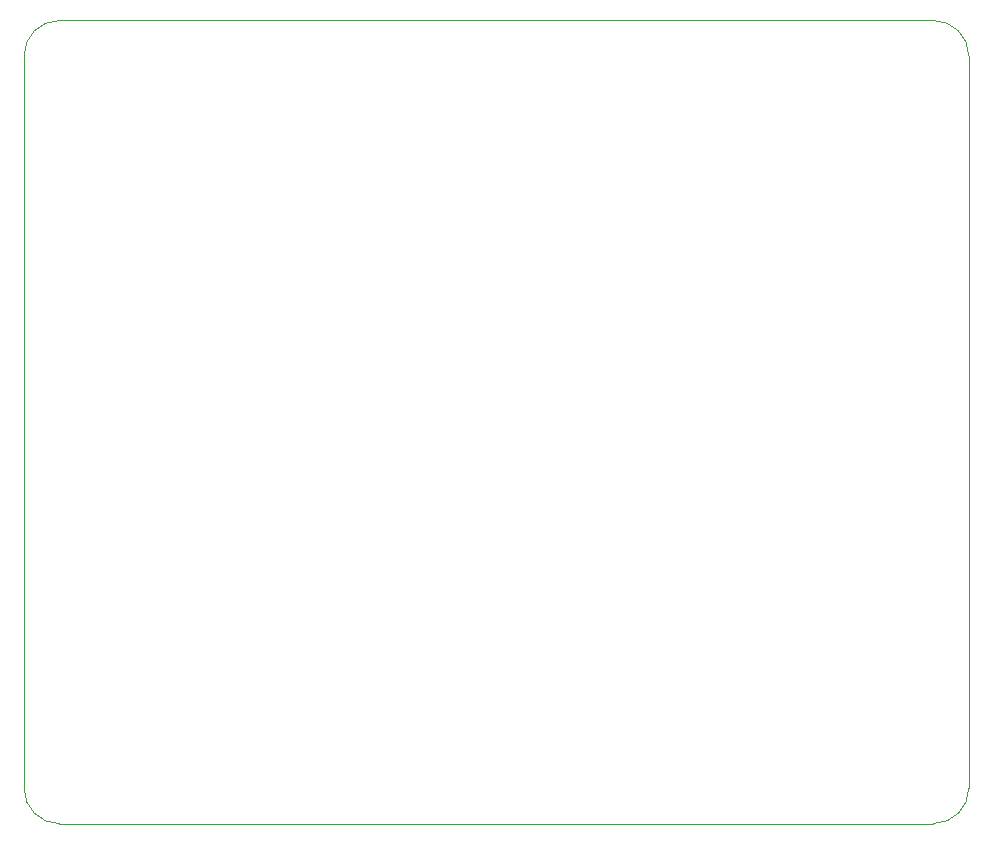
<source format=gbr>
%TF.GenerationSoftware,KiCad,Pcbnew,8.0.3*%
%TF.CreationDate,2024-07-14T15:46:43+08:00*%
%TF.ProjectId,circadian-rave-hardware,63697263-6164-4696-916e-2d726176652d,rev?*%
%TF.SameCoordinates,Original*%
%TF.FileFunction,Profile,NP*%
%FSLAX46Y46*%
G04 Gerber Fmt 4.6, Leading zero omitted, Abs format (unit mm)*
G04 Created by KiCad (PCBNEW 8.0.3) date 2024-07-14 15:46:43*
%MOMM*%
%LPD*%
G01*
G04 APERTURE LIST*
%TA.AperFunction,Profile*%
%ADD10C,0.050000*%
%TD*%
G04 APERTURE END LIST*
D10*
X75000000Y-130000000D02*
X149000000Y-130000000D01*
X72000000Y-65000000D02*
X72000000Y-127000000D01*
X75000000Y-62000000D02*
X149000000Y-62000000D01*
X152000000Y-65000000D02*
X152000000Y-127000000D01*
X149000000Y-62000000D02*
G75*
G02*
X152000000Y-65000000I0J-3000000D01*
G01*
X152000000Y-127000000D02*
G75*
G02*
X149000000Y-130000000I-3000000J0D01*
G01*
X75000000Y-130000000D02*
G75*
G02*
X72000000Y-127000000I0J3000000D01*
G01*
X72000000Y-65000000D02*
G75*
G02*
X75000000Y-62000000I3000000J0D01*
G01*
M02*

</source>
